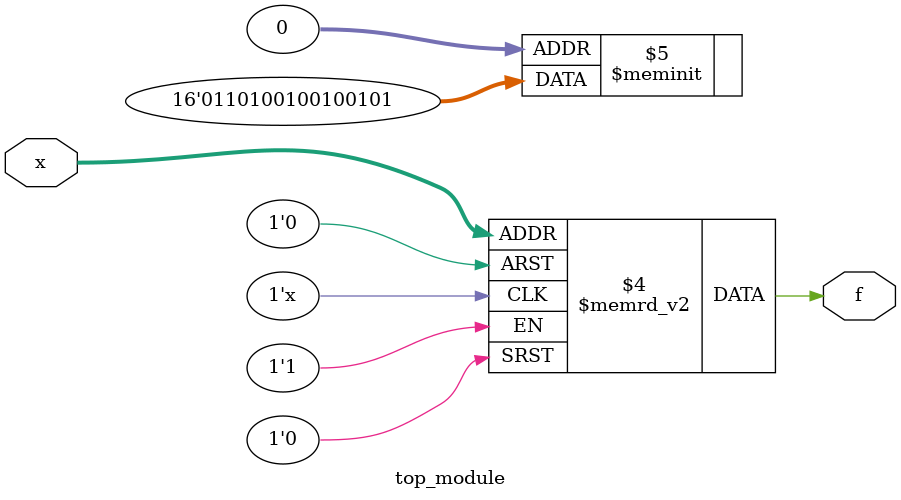
<source format=sv>
module top_module (
    input [4:1] x,
    output logic f
);

always_comb begin
    case (x)
        4'b0000: f = 1'b1; // 00
        4'b0001: f = 1'b0; // 01
        4'b0011: f = 1'b0; // 11
        4'b0010: f = 1'b1; // 10
        4'b0110: f = 1'b0; // 0110
        4'b0111: f = 1'b0; // 0111
        4'b0101: f = 1'b1; // 0101
        4'b0100: f = 1'b0; // 0100
        4'b1100: f = 1'b0; // 1100
        4'b1101: f = 1'b1; // 1101
        4'b1111: f = 1'b0; // 1111
        4'b1110: f = 1'b1; // 1110
        4'b1010: f = 1'b0; // 1010
        4'b1011: f = 1'b1; // 1011
        4'b1001: f = 1'b0; // 1001
        4'b1000: f = 1'b1; // 1000
        default: f = 1'b0;
    endcase
end

endmodule

</source>
